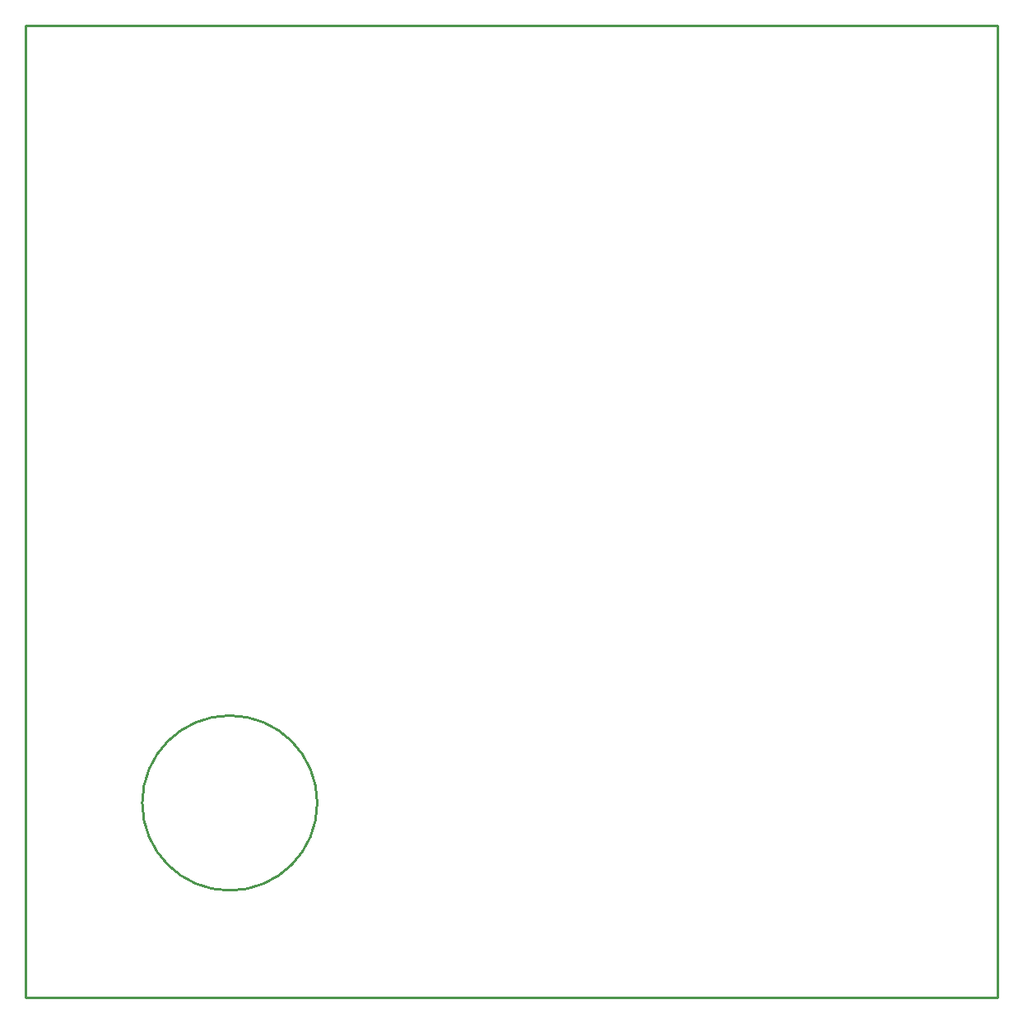
<source format=gm1>
G04*
G04 #@! TF.GenerationSoftware,Altium Limited,Altium Designer,18.1.9 (240)*
G04*
G04 Layer_Color=16711935*
%FSLAX25Y25*%
%MOIN*%
G70*
G01*
G75*
%ADD10C,0.01000*%
D10*
X118110Y78740D02*
G03*
X118110Y78740I-35433J0D01*
G01*
X0Y0D02*
Y393701D01*
Y0D02*
X393701D01*
Y393701D01*
X0D02*
X393701D01*
M02*

</source>
